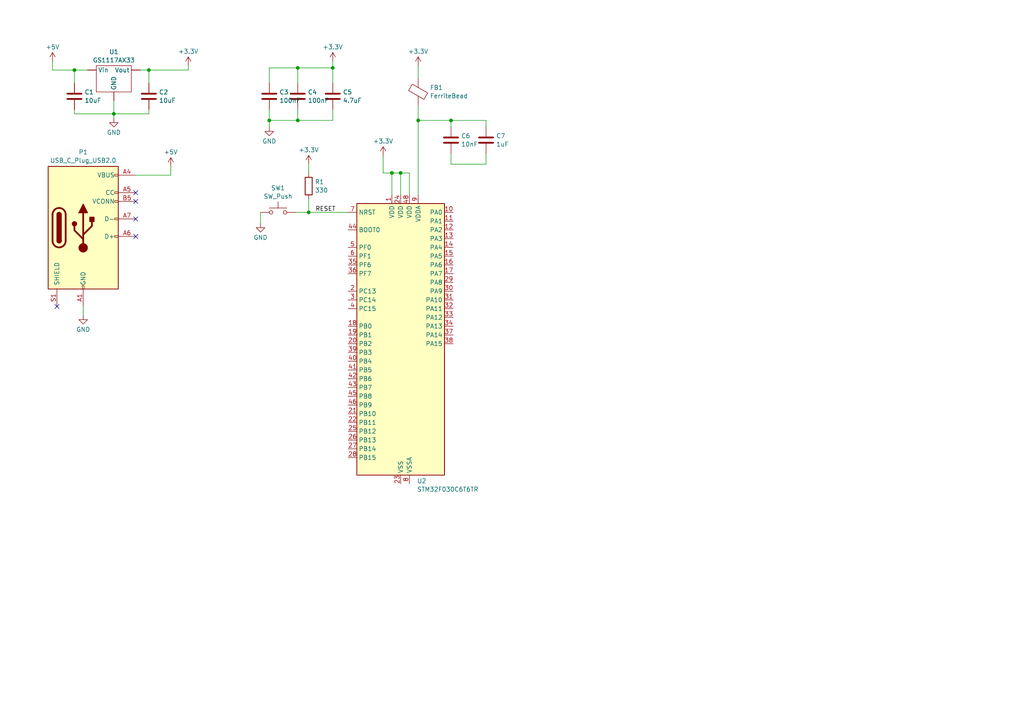
<source format=kicad_sch>
(kicad_sch (version 20230121) (generator eeschema)
  (paper "A4")
  (lib_symbols
    (symbol "Connector:USB_C_Plug_USB2.0" (pin_names (offset 1.016))
      (property "Reference" "P" (at -10.16 19.05 0))
      (property "Value" "USB_C_Plug_USB2.0" (at 12.7 19.05 0))
      (symbol "USB_C_Plug_USB2.0_0_0"
        (rectangle (start -0.254 -17.78) (end 0.254 -16.764))
        (rectangle (start 10.16 -2.286) (end 9.144 -2.794))
        (rectangle (start 10.16 2.794) (end 9.144 2.286))
        (rectangle (start 10.16 7.874) (end 9.144 7.366))
        (rectangle (start 10.16 10.414) (end 9.144 9.906))
        (rectangle (start 10.16 15.494) (end 9.144 14.986))
      )
      (symbol "USB_C_Plug_USB2.0_0_1"
        (rectangle (start -10.16 17.78) (end 10.16 -17.78) (stroke (width 0.254)) (fill (type background)))
        (arc (start -8.89 -3.81) (mid -6.985 -5.7067) (end -5.08 -3.81) (stroke (width 0.508)))
        (arc (start -7.62 -3.81) (mid -6.985 -4.4423) (end -6.35 -3.81) (stroke (width 0.254)))
        (arc (start -7.62 -3.81) (mid -6.985 -4.4423) (end -6.35 -3.81) (stroke (width 0.254)) (fill (type outline)))
        (rectangle (start -7.62 -3.81) (end -6.35 3.81) (stroke (width 0.254)) (fill (type outline)))
        (arc (start -6.35 3.81) (mid -6.985 4.4423) (end -7.62 3.81) (stroke (width 0.254)))
        (arc (start -6.35 3.81) (mid -6.985 4.4423) (end -7.62 3.81) (stroke (width 0.254)) (fill (type outline)))
        (arc (start -5.08 3.81) (mid -6.985 5.7067) (end -8.89 3.81) (stroke (width 0.508)))
        (circle (center -2.54 1.143) (radius 0.635) (stroke (width 0.254)) (fill (type outline)))
        (circle (center 0 -5.842) (radius 1.27) (fill (type outline)))
        (polyline (pts (xy -8.89 -3.81) (xy -8.89 3.81)) (stroke (width 0.508)))
        (polyline (pts (xy -5.08 3.81) (xy -5.08 -3.81)) (stroke (width 0.508)))
        (polyline (pts (xy 0 -5.842) (xy 0 4.318)) (stroke (width 0.508)))
        (polyline (pts (xy 0 -3.302) (xy -2.54 -0.762) (xy -2.54 0.508)) (stroke (width 0.508)))
        (polyline (pts (xy 0 -2.032) (xy 2.54 0.508) (xy 2.54 1.778)) (stroke (width 0.508)))
        (polyline (pts (xy -1.27 4.318) (xy 0 6.858) (xy 1.27 4.318) (xy -1.27 4.318)) (stroke (width 0.254)) (fill (type outline)))
        (rectangle (start 1.905 1.778) (end 3.175 3.048) (stroke (width 0.254)) (fill (type outline)))
      )
      (symbol "USB_C_Plug_USB2.0_1_1"
        (pin passive line (at 0 -22.86 90) (length 5.08) (name "GND") (number "A1"))
        (pin passive line (at 0 -22.86 90) (length 5.08) hide (name "GND") (number "A12"))
        (pin passive line (at 15.24 15.24 180) (length 5.08) (name "VBUS") (number "A4"))
        (pin bidirectional line (at 15.24 10.16 180) (length 5.08) (name "CC") (number "A5"))
        (pin bidirectional line (at 15.24 -2.54 180) (length 5.08) (name "D+") (number "A6"))
        (pin bidirectional line (at 15.24 2.54 180) (length 5.08) (name "D-") (number "A7"))
        (pin passive line (at 15.24 15.24 180) (length 5.08) hide (name "VBUS") (number "A9"))
        (pin passive line (at 0 -22.86 90) (length 5.08) hide (name "GND") (number "B1"))
        (pin passive line (at 0 -22.86 90) (length 5.08) hide (name "GND") (number "B12"))
        (pin passive line (at 15.24 15.24 180) (length 5.08) hide (name "VBUS") (number "B4"))
        (pin bidirectional line (at 15.24 7.62 180) (length 5.08) (name "VCONN") (number "B5"))
        (pin passive line (at 15.24 15.24 180) (length 5.08) hide (name "VBUS") (number "B9"))
        (pin passive line (at -7.62 -22.86 90) (length 5.08) (name "SHIELD") (number "S1"))
      )
    )
    (symbol "Device:C" (pin_numbers hide) (pin_names (offset 0.254))
      (property "Reference" "C" (at 0.635 2.54 0))
      (property "Value" "C" (at 0.635 -2.54 0))
      (symbol "C_0_1"
        (polyline (pts (xy -2.032 -0.762) (xy 2.032 -0.762)) (stroke (width 0.508)))
        (polyline (pts (xy -2.032 0.762) (xy 2.032 0.762)) (stroke (width 0.508)))
      )
      (symbol "C_1_1"
        (pin passive line (at 0 3.81 270) (length 2.794) (name "~") (number "1"))
        (pin passive line (at 0 -3.81 90) (length 2.794) (name "~") (number "2"))
      )
    )
    (symbol "Device:FerriteBead" (pin_numbers hide) (pin_names (offset 0))
      (property "Reference" "FB" (at -3.81 0.635 90))
      (property "Value" "FerriteBead" (at 3.81 0 90))
      (symbol "FerriteBead_0_1"
        (polyline (pts (xy 0 -1.27) (xy 0 -1.2192)))
        (polyline (pts (xy 0 1.27) (xy 0 1.2954)))
        (polyline (pts (xy -2.7686 0.4064) (xy -1.7018 2.2606) (xy 2.7686 -0.3048) (xy 1.6764 -2.159) (xy -2.7686 0.4064)))
      )
      (symbol "FerriteBead_1_1"
        (pin passive line (at 0 3.81 270) (length 2.54) (name "~") (number "1"))
        (pin passive line (at 0 -3.81 90) (length 2.54) (name "~") (number "2"))
      )
    )
    (symbol "Device:R" (pin_numbers hide) (pin_names (offset 0))
      (property "Reference" "R" (at 2.032 0 90))
      (property "Value" "R" (at 0 0 90))
      (symbol "R_0_1"
        (rectangle (start -1.016 -2.54) (end 1.016 2.54) (stroke (width 0.254)))
      )
      (symbol "R_1_1"
        (pin passive line (at 0 3.81 270) (length 1.27) (name "~") (number "1"))
        (pin passive line (at 0 -3.81 90) (length 1.27) (name "~") (number "2"))
      )
    )
    (symbol "MCU_ST_STM32F0:STM32F030C6Tx"
      (property "Reference" "U" (at -12.7 41.91 0))
      (property "Value" "STM32F030C6Tx" (at 7.62 41.91 0))
      (symbol "STM32F030C6Tx_0_1"
        (rectangle (start -12.7 -38.1) (end 12.7 40.64) (stroke (width 0.254)) (fill (type background)))
      )
      (symbol "STM32F030C6Tx_1_1"
        (pin power_in line (at -2.54 43.18 270) (length 2.54) (name "VDD") (number "1"))
        (pin bidirectional line (at 15.24 38.1 180) (length 2.54) (name "PA0") (number "10"))
        (pin bidirectional line (at 15.24 35.56 180) (length 2.54) (name "PA1") (number "11"))
        (pin bidirectional line (at 15.24 33.02 180) (length 2.54) (name "PA2") (number "12"))
        (pin bidirectional line (at 15.24 30.48 180) (length 2.54) (name "PA3") (number "13"))
        (pin bidirectional line (at 15.24 27.94 180) (length 2.54) (name "PA4") (number "14"))
        (pin bidirectional line (at 15.24 25.4 180) (length 2.54) (name "PA5") (number "15"))
        (pin bidirectional line (at 15.24 22.86 180) (length 2.54) (name "PA6") (number "16"))
        (pin bidirectional line (at 15.24 20.32 180) (length 2.54) (name "PA7") (number "17"))
        (pin bidirectional line (at -15.24 5.08 0) (length 2.54) (name "PB0") (number "18"))
        (pin bidirectional line (at -15.24 2.54 0) (length 2.54) (name "PB1") (number "19"))
        (pin bidirectional line (at -15.24 15.24 0) (length 2.54) (name "PC13") (number "2"))
        (pin bidirectional line (at -15.24 0 0) (length 2.54) (name "PB2") (number "20"))
        (pin bidirectional line (at -15.24 -20.32 0) (length 2.54) (name "PB10") (number "21"))
        (pin bidirectional line (at -15.24 -22.86 0) (length 2.54) (name "PB11") (number "22"))
        (pin power_in line (at 0 -40.64 90) (length 2.54) (name "VSS") (number "23"))
        (pin power_in line (at 0 43.18 270) (length 2.54) (name "VDD") (number "24"))
        (pin bidirectional line (at -15.24 -25.4 0) (length 2.54) (name "PB12") (number "25"))
        (pin bidirectional line (at -15.24 -27.94 0) (length 2.54) (name "PB13") (number "26"))
        (pin bidirectional line (at -15.24 -30.48 0) (length 2.54) (name "PB14") (number "27"))
        (pin bidirectional line (at -15.24 -33.02 0) (length 2.54) (name "PB15") (number "28"))
        (pin bidirectional line (at 15.24 17.78 180) (length 2.54) (name "PA8") (number "29"))
        (pin bidirectional line (at -15.24 12.7 0) (length 2.54) (name "PC14") (number "3"))
        (pin bidirectional line (at 15.24 15.24 180) (length 2.54) (name "PA9") (number "30"))
        (pin bidirectional line (at 15.24 12.7 180) (length 2.54) (name "PA10") (number "31"))
        (pin bidirectional line (at 15.24 10.16 180) (length 2.54) (name "PA11") (number "32"))
        (pin bidirectional line (at 15.24 7.62 180) (length 2.54) (name "PA12") (number "33"))
        (pin bidirectional line (at 15.24 5.08 180) (length 2.54) (name "PA13") (number "34"))
        (pin bidirectional line (at -15.24 22.86 0) (length 2.54) (name "PF6") (number "35"))
        (pin bidirectional line (at -15.24 20.32 0) (length 2.54) (name "PF7") (number "36"))
        (pin bidirectional line (at 15.24 2.54 180) (length 2.54) (name "PA14") (number "37"))
        (pin bidirectional line (at 15.24 0 180) (length 2.54) (name "PA15") (number "38"))
        (pin bidirectional line (at -15.24 -2.54 0) (length 2.54) (name "PB3") (number "39"))
        (pin bidirectional line (at -15.24 10.16 0) (length 2.54) (name "PC15") (number "4"))
        (pin bidirectional line (at -15.24 -5.08 0) (length 2.54) (name "PB4") (number "40"))
        (pin bidirectional line (at -15.24 -7.62 0) (length 2.54) (name "PB5") (number "41"))
        (pin bidirectional line (at -15.24 -10.16 0) (length 2.54) (name "PB6") (number "42"))
        (pin bidirectional line (at -15.24 -12.7 0) (length 2.54) (name "PB7") (number "43"))
        (pin input line (at -15.24 33.02 0) (length 2.54) (name "BOOT0") (number "44"))
        (pin bidirectional line (at -15.24 -15.24 0) (length 2.54) (name "PB8") (number "45"))
        (pin bidirectional line (at -15.24 -17.78 0) (length 2.54) (name "PB9") (number "46"))
        (pin passive line (at 0 -40.64 90) (length 2.54) hide (name "VSS") (number "47"))
        (pin power_in line (at 2.54 43.18 270) (length 2.54) (name "VDD") (number "48"))
        (pin bidirectional line (at -15.24 27.94 0) (length 2.54) (name "PF0") (number "5"))
        (pin bidirectional line (at -15.24 25.4 0) (length 2.54) (name "PF1") (number "6"))
        (pin input line (at -15.24 38.1 0) (length 2.54) (name "NRST") (number "7"))
        (pin power_in line (at 2.54 -40.64 90) (length 2.54) (name "VSSA") (number "8"))
        (pin power_in line (at 5.08 43.18 270) (length 2.54) (name "VDDA") (number "9"))
      )
    )
    (symbol "My:GS1117AX33"
      (property "Reference" "U" (at 0 0 0))
      (property "Value" "GS1117AX33" (at 13.97 -7.62 0))
      (symbol "GS1117AX33_0_1"
        (rectangle (start 0 0) (end 10.16 -7.62))
      )
      (symbol "GS1117AX33_1_1"
        (pin passive line (at 5.08 -10.16 90) (length 2.54) (name "GND") (number ""))
        (pin passive line (at -2.54 -1.27 0) (length 2.54) (name "Vin") (number ""))
        (pin passive line (at 12.7 -1.27 180) (length 2.54) (name "Vout") (number ""))
      )
    )
    (symbol "Switch:SW_Push" (pin_numbers hide) (pin_names (offset 1.016) hide)
      (property "Reference" "SW" (at 1.27 2.54 0))
      (property "Value" "SW_Push" (at 0 -1.524 0))
      (symbol "SW_Push_0_1"
        (circle (center -2.032 0) (radius 0.508))
        (polyline (pts (xy 0 1.27) (xy 0 3.048)))
        (polyline (pts (xy 2.54 1.27) (xy -2.54 1.27)))
        (circle (center 2.032 0) (radius 0.508))
        (pin passive line (at -5.08 0 0) (length 2.54) (name "1") (number "1"))
        (pin passive line (at 5.08 0 180) (length 2.54) (name "2") (number "2"))
      )
    )
    (symbol "power:+3.3V" (power) (pin_names (offset 0))
      (property "Value" "+3.3V" (at 0 3.556 0))
      (symbol "+3.3V_0_1"
        (polyline (pts (xy -0.762 1.27) (xy 0 2.54)))
        (polyline (pts (xy 0 0) (xy 0 2.54)))
        (polyline (pts (xy 0 2.54) (xy 0.762 1.27)))
      )
      (symbol "+3.3V_1_1"
        (pin power_in line (at 0 0 90) (length 0) hide (name "+3.3V") (number "1"))
      )
    )
    (symbol "power:+5V" (power) (pin_names (offset 0))
      (property "Value" "+5V" (at 0 3.556 0))
      (symbol "+5V_0_1"
        (polyline (pts (xy -0.762 1.27) (xy 0 2.54)))
        (polyline (pts (xy 0 0) (xy 0 2.54)))
        (polyline (pts (xy 0 2.54) (xy 0.762 1.27)))
      )
      (symbol "+5V_1_1"
        (pin power_in line (at 0 0 90) (length 0) hide (name "+5V") (number "1"))
      )
    )
    (symbol "power:GND" (power) (pin_names (offset 0))
      (property "Value" "GND" (at 0 -3.81 0))
      (symbol "GND_0_1"
        (polyline (pts (xy 0 0) (xy 0 -1.27) (xy 1.27 -1.27) (xy 0 -2.54) (xy -1.27 -1.27) (xy 0 -1.27)))
      )
      (symbol "GND_1_1"
        (pin power_in line (at 0 0 270) (length 0) hide (name "GND") (number "1"))
      )
    )
  )
  (junction (at 130.81 34.925))
  (junction (at 86.36 34.925))
  (junction (at 33.02 33.02))
  (junction (at 86.36 19.685))
  (junction (at 121.285 34.925))
  (junction (at 116.205 50.165))
  (junction (at 21.59 20.32))
  (junction (at 96.52 19.685))
  (junction (at 43.18 20.32))
  (junction (at 113.665 50.165))
  (junction (at 89.535 61.595))
  (junction (at 78.105 34.925))
  (no_connect (at 39.37 55.88))
  (no_connect (at 39.37 58.42))
  (no_connect (at 39.37 63.5))
  (no_connect (at 39.37 68.58))
  (no_connect (at 16.51 88.9))
  (wire (pts (xy 21.59 20.32) (xy 21.59 24.13)))
  (wire (pts (xy 39.37 50.8) (xy 49.53 50.8)))
  (wire (pts (xy 43.18 20.32) (xy 54.61 20.32)))
  (wire (pts (xy 86.36 19.685) (xy 96.52 19.685)))
  (wire (pts (xy 121.285 34.925) (xy 121.285 56.515)))
  (wire (pts (xy 111.125 45.085) (xy 111.125 50.165)))
  (wire (pts (xy 21.59 33.02) (xy 33.02 33.02)))
  (wire (pts (xy 116.205 50.165) (xy 116.205 56.515)))
  (wire (pts (xy 78.105 31.75) (xy 78.105 34.925)))
  (wire (pts (xy 24.13 88.9) (xy 24.13 91.44)))
  (wire (pts (xy 96.52 17.78) (xy 96.52 19.685)))
  (wire (pts (xy 21.59 20.32) (xy 25.4 20.32)))
  (wire (pts (xy 15.24 20.32) (xy 21.59 20.32)))
  (wire (pts (xy 130.81 34.925) (xy 130.81 36.83)))
  (wire (pts (xy 21.59 31.75) (xy 21.59 33.02)))
  (wire (pts (xy 40.64 20.32) (xy 43.18 20.32)))
  (wire (pts (xy 86.36 19.685) (xy 86.36 24.13)))
  (wire (pts (xy 78.105 19.685) (xy 86.36 19.685)))
  (wire (pts (xy 33.02 29.21) (xy 33.02 33.02)))
  (wire (pts (xy 89.535 47.625) (xy 89.535 50.165)))
  (wire (pts (xy 33.02 33.02) (xy 33.02 34.29)))
  (wire (pts (xy 140.97 47.625) (xy 140.97 44.45)))
  (wire (pts (xy 140.97 34.925) (xy 140.97 36.83)))
  (wire (pts (xy 121.285 34.925) (xy 130.81 34.925)))
  (wire (pts (xy 43.18 20.32) (xy 43.18 24.13)))
  (wire (pts (xy 43.18 33.02) (xy 33.02 33.02)))
  (wire (pts (xy 85.725 61.595) (xy 89.535 61.595)))
  (wire (pts (xy 113.665 50.165) (xy 116.205 50.165)))
  (wire (pts (xy 15.24 17.78) (xy 15.24 20.32)))
  (wire (pts (xy 130.81 44.45) (xy 130.81 47.625)))
  (wire (pts (xy 96.52 34.925) (xy 86.36 34.925)))
  (wire (pts (xy 54.61 20.32) (xy 54.61 19.05)))
  (wire (pts (xy 121.285 22.86) (xy 121.285 19.05)))
  (wire (pts (xy 130.81 34.925) (xy 140.97 34.925)))
  (wire (pts (xy 86.36 34.925) (xy 86.36 31.75)))
  (wire (pts (xy 43.18 31.75) (xy 43.18 33.02)))
  (wire (pts (xy 96.52 31.75) (xy 96.52 34.925)))
  (wire (pts (xy 78.105 19.685) (xy 78.105 24.13)))
  (wire (pts (xy 121.285 30.48) (xy 121.285 34.925)))
  (wire (pts (xy 118.745 50.165) (xy 118.745 56.515)))
  (wire (pts (xy 113.665 50.165) (xy 111.125 50.165)))
  (wire (pts (xy 100.965 61.595) (xy 89.535 61.595)))
  (wire (pts (xy 130.81 47.625) (xy 140.97 47.625)))
  (wire (pts (xy 113.665 50.165) (xy 113.665 56.515)))
  (wire (pts (xy 78.105 34.925) (xy 86.36 34.925)))
  (wire (pts (xy 75.565 61.595) (xy 75.565 64.77)))
  (wire (pts (xy 116.205 50.165) (xy 118.745 50.165)))
  (wire (pts (xy 96.52 19.685) (xy 96.52 24.13)))
  (wire (pts (xy 89.535 57.785) (xy 89.535 61.595)))
  (wire (pts (xy 49.53 48.26) (xy 49.53 50.8)))
  (wire (pts (xy 78.105 34.925) (xy 78.105 36.83)))
  (label "RESET" (at 91.44 61.595 0))
  (symbol (lib_id "Device:FerriteBead") (at 121.285 26.67 0) (unit 1)
    (property "Reference" "FB1" (at 124.6886 25.4071 0) (effects (justify left)))
    (property "Value" "FerriteBead" (at 124.6886 27.8313 0) (effects (justify left)))
  )
  (symbol (lib_id "My:GS1117AX33") (at 27.94 19.05 0) (unit 1)
    (property "Reference" "U1" (at 33.02 15.0327 0))
    (property "Value" "GS1117AX33" (at 33.02 17.4569 0))
  )
  (symbol (lib_id "Device:C") (at 21.59 27.94 0) (unit 1)
    (property "Reference" "C1" (at 24.511 26.7279 0) (effects (justify left)))
    (property "Value" "10uF" (at 24.511 29.1521 0) (effects (justify left)))
  )
  (symbol (lib_id "power:GND") (at 78.105 36.83 0) (unit 1)
    (property "Reference" "#PWR010" (effects hide))
    (property "Value" "GND" (at 78.105 40.9631 0))
  )
  (symbol (lib_id "power:GND") (at 33.02 34.29 0) (unit 1)
    (property "Reference" "#PWR04" (effects hide))
    (property "Value" "GND" (at 33.02 38.4231 0))
  )
  (symbol (lib_id "Device:C") (at 43.18 27.94 0) (unit 1)
    (property "Reference" "C2" (at 46.101 26.7279 0) (effects (justify left)))
    (property "Value" "10uF" (at 46.101 29.1521 0) (effects (justify left)))
  )
  (symbol (lib_id "power:+3.3V") (at 111.125 45.085 0) (unit 1)
    (property "Reference" "#PWR06" (effects hide))
    (property "Value" "+3.3V" (at 111.125 40.9519 0))
  )
  (symbol (lib_id "Device:C") (at 140.97 40.64 0) (unit 1)
    (property "Reference" "C7" (at 143.891 39.4279 0) (effects (justify left)))
    (property "Value" "1uF" (at 143.891 41.8521 0) (effects (justify left)))
  )
  (symbol (lib_id "Device:C") (at 86.36 27.94 0) (unit 1)
    (property "Reference" "C4" (at 89.281 26.7279 0) (effects (justify left)))
    (property "Value" "100nF" (at 89.281 29.1521 0) (effects (justify left)))
  )
  (symbol (lib_id "power:GND") (at 75.565 64.77 0) (unit 1)
    (property "Reference" "#PWR08" (effects hide))
    (property "Value" "GND" (at 75.565 68.9031 0))
  )
  (symbol (lib_id "power:+5V") (at 49.53 48.26 0) (unit 1)
    (property "Reference" "#PWR02" (effects hide))
    (property "Value" "+5V" (at 49.53 44.1269 0))
  )
  (symbol (lib_id "MCU_ST_STM32F0:STM32F030C6Tx") (at 116.205 99.695 0) (unit 1)
    (property "Reference" "U2" (at 120.9391 139.5151 0) (effects (justify left)))
    (property "Value" "STM32F030C6T6TR" (at 120.9391 141.9393 0) (effects (justify left)))
    (property "Footprint" "Package_QFP:LQFP-48_7x7mm_P0.5mm" (effects hide))
    (property "Datasheet" "https://www.st.com/resource/en/datasheet/stm32f030c6.pdf" (effects hide))
  )
  (symbol (lib_id "power:+3.3V") (at 89.535 47.625 0) (unit 1)
    (property "Reference" "#PWR07" (effects hide))
    (property "Value" "+3.3V" (at 89.535 43.4919 0))
  )
  (symbol (lib_id "Device:C") (at 96.52 27.94 0) (unit 1)
    (property "Reference" "C5" (at 99.441 26.7279 0) (effects (justify left)))
    (property "Value" "4.7uF" (at 99.441 29.1521 0) (effects (justify left)))
  )
  (symbol (lib_id "Device:C") (at 130.81 40.64 0) (unit 1)
    (property "Reference" "C6" (at 133.731 39.4279 0) (effects (justify left)))
    (property "Value" "10nF" (at 133.731 41.8521 0) (effects (justify left)))
  )
  (symbol (lib_id "Switch:SW_Push") (at 80.645 61.595 0) (unit 1)
    (property "Reference" "SW1" (at 80.645 54.5297 0))
    (property "Value" "SW_Push" (at 80.645 56.9539 0))
  )
  (symbol (lib_id "power:+3.3V") (at 54.61 19.05 0) (unit 1)
    (property "Reference" "#PWR05" (effects hide))
    (property "Value" "+3.3V" (at 54.61 14.9169 0))
  )
  (symbol (lib_id "power:GND") (at 24.13 91.44 0) (unit 1)
    (property "Reference" "#PWR01" (effects hide))
    (property "Value" "GND" (at 24.13 95.5731 0))
  )
  (symbol (lib_id "power:+3.3V") (at 121.285 19.05 0) (unit 1)
    (property "Reference" "#PWR011" (effects hide))
    (property "Value" "+3.3V" (at 121.285 14.9169 0))
  )
  (symbol (lib_id "power:+5V") (at 15.24 17.78 0) (unit 1)
    (property "Reference" "#PWR03" (effects hide))
    (property "Value" "+5V" (at 15.24 13.6469 0))
  )
  (symbol (lib_id "Device:R") (at 89.535 53.975 0) (unit 1)
    (property "Reference" "R1" (at 91.313 52.7629 0) (effects (justify left)))
    (property "Value" "330" (at 91.313 55.1871 0) (effects (justify left)))
  )
  (symbol (lib_id "power:+3.3V") (at 96.52 17.78 0) (unit 1)
    (property "Reference" "#PWR09" (effects hide))
    (property "Value" "+3.3V" (at 96.52 13.6469 0))
  )
  (symbol (lib_id "Device:C") (at 78.105 27.94 0) (unit 1)
    (property "Reference" "C3" (at 81.026 26.7279 0) (effects (justify left)))
    (property "Value" "100nF" (at 81.026 29.1521 0) (effects (justify left)))
  )
  (symbol (lib_id "Connector:USB_C_Plug_USB2.0") (at 24.13 66.04 0) (unit 1)
    (property "Reference" "P1" (at 24.13 44.1157 0))
    (property "Value" "USB_C_Plug_USB2.0" (at 24.13 46.5399 0))
    (property "Datasheet" "https://www.usb.org/sites/default/files/documents/usb_type-c.zip" (effects hide))
  )
)
</source>
